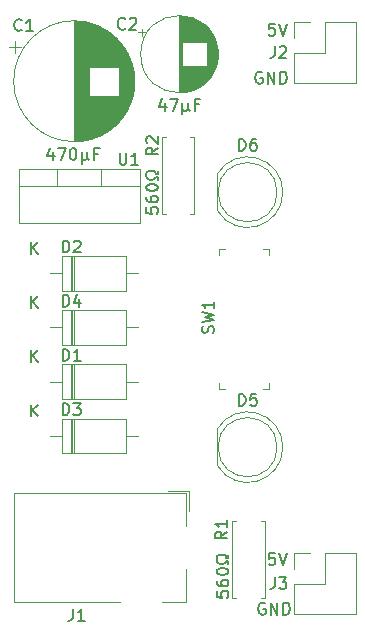
<source format=gto>
%TF.GenerationSoftware,KiCad,Pcbnew,(5.1.9)-1*%
%TF.CreationDate,2021-12-31T02:05:00-06:00*%
%TF.ProjectId,BreadBoardPowerSupply,42726561-6442-46f6-9172-64506f776572,rev?*%
%TF.SameCoordinates,Original*%
%TF.FileFunction,Legend,Top*%
%TF.FilePolarity,Positive*%
%FSLAX46Y46*%
G04 Gerber Fmt 4.6, Leading zero omitted, Abs format (unit mm)*
G04 Created by KiCad (PCBNEW (5.1.9)-1) date 2021-12-31 02:05:00*
%MOMM*%
%LPD*%
G01*
G04 APERTURE LIST*
%ADD10C,0.150000*%
%ADD11C,0.120000*%
%ADD12C,0.100000*%
G04 APERTURE END LIST*
D10*
X141057380Y-121681714D02*
X141057380Y-122157904D01*
X141533571Y-122205523D01*
X141485952Y-122157904D01*
X141438333Y-122062666D01*
X141438333Y-121824571D01*
X141485952Y-121729333D01*
X141533571Y-121681714D01*
X141628809Y-121634095D01*
X141866904Y-121634095D01*
X141962142Y-121681714D01*
X142009761Y-121729333D01*
X142057380Y-121824571D01*
X142057380Y-122062666D01*
X142009761Y-122157904D01*
X141962142Y-122205523D01*
X141057380Y-120776952D02*
X141057380Y-120967428D01*
X141105000Y-121062666D01*
X141152619Y-121110285D01*
X141295476Y-121205523D01*
X141485952Y-121253142D01*
X141866904Y-121253142D01*
X141962142Y-121205523D01*
X142009761Y-121157904D01*
X142057380Y-121062666D01*
X142057380Y-120872190D01*
X142009761Y-120776952D01*
X141962142Y-120729333D01*
X141866904Y-120681714D01*
X141628809Y-120681714D01*
X141533571Y-120729333D01*
X141485952Y-120776952D01*
X141438333Y-120872190D01*
X141438333Y-121062666D01*
X141485952Y-121157904D01*
X141533571Y-121205523D01*
X141628809Y-121253142D01*
X141057380Y-120062666D02*
X141057380Y-119967428D01*
X141105000Y-119872190D01*
X141152619Y-119824571D01*
X141247857Y-119776952D01*
X141438333Y-119729333D01*
X141676428Y-119729333D01*
X141866904Y-119776952D01*
X141962142Y-119824571D01*
X142009761Y-119872190D01*
X142057380Y-119967428D01*
X142057380Y-120062666D01*
X142009761Y-120157904D01*
X141962142Y-120205523D01*
X141866904Y-120253142D01*
X141676428Y-120300761D01*
X141438333Y-120300761D01*
X141247857Y-120253142D01*
X141152619Y-120205523D01*
X141105000Y-120157904D01*
X141057380Y-120062666D01*
X142057380Y-119348380D02*
X142057380Y-119110285D01*
X141866904Y-119110285D01*
X141819285Y-119205523D01*
X141724047Y-119300761D01*
X141581190Y-119348380D01*
X141343095Y-119348380D01*
X141200238Y-119300761D01*
X141105000Y-119205523D01*
X141057380Y-119062666D01*
X141057380Y-118872190D01*
X141105000Y-118729333D01*
X141200238Y-118634095D01*
X141343095Y-118586476D01*
X141581190Y-118586476D01*
X141724047Y-118634095D01*
X141819285Y-118729333D01*
X141866904Y-118824571D01*
X142057380Y-118824571D01*
X142057380Y-118586476D01*
X135088380Y-89169714D02*
X135088380Y-89645904D01*
X135564571Y-89693523D01*
X135516952Y-89645904D01*
X135469333Y-89550666D01*
X135469333Y-89312571D01*
X135516952Y-89217333D01*
X135564571Y-89169714D01*
X135659809Y-89122095D01*
X135897904Y-89122095D01*
X135993142Y-89169714D01*
X136040761Y-89217333D01*
X136088380Y-89312571D01*
X136088380Y-89550666D01*
X136040761Y-89645904D01*
X135993142Y-89693523D01*
X135088380Y-88264952D02*
X135088380Y-88455428D01*
X135136000Y-88550666D01*
X135183619Y-88598285D01*
X135326476Y-88693523D01*
X135516952Y-88741142D01*
X135897904Y-88741142D01*
X135993142Y-88693523D01*
X136040761Y-88645904D01*
X136088380Y-88550666D01*
X136088380Y-88360190D01*
X136040761Y-88264952D01*
X135993142Y-88217333D01*
X135897904Y-88169714D01*
X135659809Y-88169714D01*
X135564571Y-88217333D01*
X135516952Y-88264952D01*
X135469333Y-88360190D01*
X135469333Y-88550666D01*
X135516952Y-88645904D01*
X135564571Y-88693523D01*
X135659809Y-88741142D01*
X135088380Y-87550666D02*
X135088380Y-87455428D01*
X135136000Y-87360190D01*
X135183619Y-87312571D01*
X135278857Y-87264952D01*
X135469333Y-87217333D01*
X135707428Y-87217333D01*
X135897904Y-87264952D01*
X135993142Y-87312571D01*
X136040761Y-87360190D01*
X136088380Y-87455428D01*
X136088380Y-87550666D01*
X136040761Y-87645904D01*
X135993142Y-87693523D01*
X135897904Y-87741142D01*
X135707428Y-87788761D01*
X135469333Y-87788761D01*
X135278857Y-87741142D01*
X135183619Y-87693523D01*
X135136000Y-87645904D01*
X135088380Y-87550666D01*
X136088380Y-86836380D02*
X136088380Y-86598285D01*
X135897904Y-86598285D01*
X135850285Y-86693523D01*
X135755047Y-86788761D01*
X135612190Y-86836380D01*
X135374095Y-86836380D01*
X135231238Y-86788761D01*
X135136000Y-86693523D01*
X135088380Y-86550666D01*
X135088380Y-86360190D01*
X135136000Y-86217333D01*
X135231238Y-86122095D01*
X135374095Y-86074476D01*
X135612190Y-86074476D01*
X135755047Y-86122095D01*
X135850285Y-86217333D01*
X135897904Y-86312571D01*
X136088380Y-86312571D01*
X136088380Y-86074476D01*
X136683904Y-80303714D02*
X136683904Y-80970380D01*
X136445809Y-79922761D02*
X136207714Y-80637047D01*
X136826761Y-80637047D01*
X137112476Y-79970380D02*
X137779142Y-79970380D01*
X137350571Y-80970380D01*
X138160095Y-80303714D02*
X138160095Y-81303714D01*
X138636285Y-80827523D02*
X138683904Y-80922761D01*
X138779142Y-80970380D01*
X138160095Y-80827523D02*
X138207714Y-80922761D01*
X138302952Y-80970380D01*
X138493428Y-80970380D01*
X138588666Y-80922761D01*
X138636285Y-80827523D01*
X138636285Y-80303714D01*
X139541047Y-80446571D02*
X139207714Y-80446571D01*
X139207714Y-80970380D02*
X139207714Y-79970380D01*
X139683904Y-79970380D01*
X127190714Y-84494714D02*
X127190714Y-85161380D01*
X126952619Y-84113761D02*
X126714523Y-84828047D01*
X127333571Y-84828047D01*
X127619285Y-84161380D02*
X128285952Y-84161380D01*
X127857380Y-85161380D01*
X128857380Y-84161380D02*
X128952619Y-84161380D01*
X129047857Y-84209000D01*
X129095476Y-84256619D01*
X129143095Y-84351857D01*
X129190714Y-84542333D01*
X129190714Y-84780428D01*
X129143095Y-84970904D01*
X129095476Y-85066142D01*
X129047857Y-85113761D01*
X128952619Y-85161380D01*
X128857380Y-85161380D01*
X128762142Y-85113761D01*
X128714523Y-85066142D01*
X128666904Y-84970904D01*
X128619285Y-84780428D01*
X128619285Y-84542333D01*
X128666904Y-84351857D01*
X128714523Y-84256619D01*
X128762142Y-84209000D01*
X128857380Y-84161380D01*
X129619285Y-84494714D02*
X129619285Y-85494714D01*
X130095476Y-85018523D02*
X130143095Y-85113761D01*
X130238333Y-85161380D01*
X129619285Y-85018523D02*
X129666904Y-85113761D01*
X129762142Y-85161380D01*
X129952619Y-85161380D01*
X130047857Y-85113761D01*
X130095476Y-85018523D01*
X130095476Y-84494714D01*
X131000238Y-84637571D02*
X130666904Y-84637571D01*
X130666904Y-85161380D02*
X130666904Y-84161380D01*
X131143095Y-84161380D01*
X144907095Y-77732000D02*
X144811857Y-77684380D01*
X144669000Y-77684380D01*
X144526142Y-77732000D01*
X144430904Y-77827238D01*
X144383285Y-77922476D01*
X144335666Y-78112952D01*
X144335666Y-78255809D01*
X144383285Y-78446285D01*
X144430904Y-78541523D01*
X144526142Y-78636761D01*
X144669000Y-78684380D01*
X144764238Y-78684380D01*
X144907095Y-78636761D01*
X144954714Y-78589142D01*
X144954714Y-78255809D01*
X144764238Y-78255809D01*
X145383285Y-78684380D02*
X145383285Y-77684380D01*
X145954714Y-78684380D01*
X145954714Y-77684380D01*
X146430904Y-78684380D02*
X146430904Y-77684380D01*
X146669000Y-77684380D01*
X146811857Y-77732000D01*
X146907095Y-77827238D01*
X146954714Y-77922476D01*
X147002333Y-78112952D01*
X147002333Y-78255809D01*
X146954714Y-78446285D01*
X146907095Y-78541523D01*
X146811857Y-78636761D01*
X146669000Y-78684380D01*
X146430904Y-78684380D01*
X145161095Y-122690000D02*
X145065857Y-122642380D01*
X144923000Y-122642380D01*
X144780142Y-122690000D01*
X144684904Y-122785238D01*
X144637285Y-122880476D01*
X144589666Y-123070952D01*
X144589666Y-123213809D01*
X144637285Y-123404285D01*
X144684904Y-123499523D01*
X144780142Y-123594761D01*
X144923000Y-123642380D01*
X145018238Y-123642380D01*
X145161095Y-123594761D01*
X145208714Y-123547142D01*
X145208714Y-123213809D01*
X145018238Y-123213809D01*
X145637285Y-123642380D02*
X145637285Y-122642380D01*
X146208714Y-123642380D01*
X146208714Y-122642380D01*
X146684904Y-123642380D02*
X146684904Y-122642380D01*
X146923000Y-122642380D01*
X147065857Y-122690000D01*
X147161095Y-122785238D01*
X147208714Y-122880476D01*
X147256333Y-123070952D01*
X147256333Y-123213809D01*
X147208714Y-123404285D01*
X147161095Y-123499523D01*
X147065857Y-123594761D01*
X146923000Y-123642380D01*
X146684904Y-123642380D01*
X145986523Y-73620380D02*
X145510333Y-73620380D01*
X145462714Y-74096571D01*
X145510333Y-74048952D01*
X145605571Y-74001333D01*
X145843666Y-74001333D01*
X145938904Y-74048952D01*
X145986523Y-74096571D01*
X146034142Y-74191809D01*
X146034142Y-74429904D01*
X145986523Y-74525142D01*
X145938904Y-74572761D01*
X145843666Y-74620380D01*
X145605571Y-74620380D01*
X145510333Y-74572761D01*
X145462714Y-74525142D01*
X146319857Y-73620380D02*
X146653190Y-74620380D01*
X146986523Y-73620380D01*
X145986523Y-118451380D02*
X145510333Y-118451380D01*
X145462714Y-118927571D01*
X145510333Y-118879952D01*
X145605571Y-118832333D01*
X145843666Y-118832333D01*
X145938904Y-118879952D01*
X145986523Y-118927571D01*
X146034142Y-119022809D01*
X146034142Y-119260904D01*
X145986523Y-119356142D01*
X145938904Y-119403761D01*
X145843666Y-119451380D01*
X145605571Y-119451380D01*
X145510333Y-119403761D01*
X145462714Y-119356142D01*
X146319857Y-118451380D02*
X146653190Y-119451380D01*
X146986523Y-118451380D01*
D11*
%TO.C,R2*%
X138835000Y-83217000D02*
X139165000Y-83217000D01*
X139165000Y-83217000D02*
X139165000Y-89757000D01*
X139165000Y-89757000D02*
X138835000Y-89757000D01*
X136755000Y-83217000D02*
X136425000Y-83217000D01*
X136425000Y-83217000D02*
X136425000Y-89757000D01*
X136425000Y-89757000D02*
X136755000Y-89757000D01*
%TO.C,C1*%
X124012354Y-75111000D02*
X124012354Y-76111000D01*
X123512354Y-75611000D02*
X124512354Y-75611000D01*
X134073000Y-77887000D02*
X134073000Y-79085000D01*
X134033000Y-77624000D02*
X134033000Y-79348000D01*
X133993000Y-77424000D02*
X133993000Y-79548000D01*
X133953000Y-77256000D02*
X133953000Y-79716000D01*
X133913000Y-77108000D02*
X133913000Y-79864000D01*
X133873000Y-76976000D02*
X133873000Y-79996000D01*
X133833000Y-76856000D02*
X133833000Y-80116000D01*
X133793000Y-76744000D02*
X133793000Y-80228000D01*
X133753000Y-76640000D02*
X133753000Y-80332000D01*
X133713000Y-76542000D02*
X133713000Y-80430000D01*
X133673000Y-76449000D02*
X133673000Y-80523000D01*
X133633000Y-76361000D02*
X133633000Y-80611000D01*
X133593000Y-76277000D02*
X133593000Y-80695000D01*
X133553000Y-76197000D02*
X133553000Y-80775000D01*
X133513000Y-76121000D02*
X133513000Y-80851000D01*
X133473000Y-76047000D02*
X133473000Y-80925000D01*
X133433000Y-75976000D02*
X133433000Y-80996000D01*
X133393000Y-75907000D02*
X133393000Y-81065000D01*
X133353000Y-75841000D02*
X133353000Y-81131000D01*
X133313000Y-75777000D02*
X133313000Y-81195000D01*
X133273000Y-75716000D02*
X133273000Y-81256000D01*
X133233000Y-75656000D02*
X133233000Y-81316000D01*
X133193000Y-75597000D02*
X133193000Y-81375000D01*
X133153000Y-75541000D02*
X133153000Y-81431000D01*
X133113000Y-75486000D02*
X133113000Y-81486000D01*
X133073000Y-75432000D02*
X133073000Y-81540000D01*
X133033000Y-75380000D02*
X133033000Y-81592000D01*
X132993000Y-75330000D02*
X132993000Y-81642000D01*
X132953000Y-75280000D02*
X132953000Y-81692000D01*
X132913000Y-75232000D02*
X132913000Y-81740000D01*
X132873000Y-75185000D02*
X132873000Y-81787000D01*
X132833000Y-75139000D02*
X132833000Y-81833000D01*
X132793000Y-75094000D02*
X132793000Y-81878000D01*
X132753000Y-75050000D02*
X132753000Y-81922000D01*
X132713000Y-79727000D02*
X132713000Y-81964000D01*
X132713000Y-75008000D02*
X132713000Y-77245000D01*
X132673000Y-79727000D02*
X132673000Y-82006000D01*
X132673000Y-74966000D02*
X132673000Y-77245000D01*
X132633000Y-79727000D02*
X132633000Y-82047000D01*
X132633000Y-74925000D02*
X132633000Y-77245000D01*
X132593000Y-79727000D02*
X132593000Y-82087000D01*
X132593000Y-74885000D02*
X132593000Y-77245000D01*
X132553000Y-79727000D02*
X132553000Y-82126000D01*
X132553000Y-74846000D02*
X132553000Y-77245000D01*
X132513000Y-79727000D02*
X132513000Y-82165000D01*
X132513000Y-74807000D02*
X132513000Y-77245000D01*
X132473000Y-79727000D02*
X132473000Y-82202000D01*
X132473000Y-74770000D02*
X132473000Y-77245000D01*
X132433000Y-79727000D02*
X132433000Y-82239000D01*
X132433000Y-74733000D02*
X132433000Y-77245000D01*
X132393000Y-79727000D02*
X132393000Y-82275000D01*
X132393000Y-74697000D02*
X132393000Y-77245000D01*
X132353000Y-79727000D02*
X132353000Y-82310000D01*
X132353000Y-74662000D02*
X132353000Y-77245000D01*
X132313000Y-79727000D02*
X132313000Y-82344000D01*
X132313000Y-74628000D02*
X132313000Y-77245000D01*
X132273000Y-79727000D02*
X132273000Y-82378000D01*
X132273000Y-74594000D02*
X132273000Y-77245000D01*
X132233000Y-79727000D02*
X132233000Y-82411000D01*
X132233000Y-74561000D02*
X132233000Y-77245000D01*
X132193000Y-79727000D02*
X132193000Y-82443000D01*
X132193000Y-74529000D02*
X132193000Y-77245000D01*
X132153000Y-79727000D02*
X132153000Y-82475000D01*
X132153000Y-74497000D02*
X132153000Y-77245000D01*
X132113000Y-79727000D02*
X132113000Y-82506000D01*
X132113000Y-74466000D02*
X132113000Y-77245000D01*
X132073000Y-79727000D02*
X132073000Y-82536000D01*
X132073000Y-74436000D02*
X132073000Y-77245000D01*
X132033000Y-79727000D02*
X132033000Y-82566000D01*
X132033000Y-74406000D02*
X132033000Y-77245000D01*
X131993000Y-79727000D02*
X131993000Y-82596000D01*
X131993000Y-74376000D02*
X131993000Y-77245000D01*
X131953000Y-79727000D02*
X131953000Y-82624000D01*
X131953000Y-74348000D02*
X131953000Y-77245000D01*
X131913000Y-79727000D02*
X131913000Y-82652000D01*
X131913000Y-74320000D02*
X131913000Y-77245000D01*
X131873000Y-79727000D02*
X131873000Y-82680000D01*
X131873000Y-74292000D02*
X131873000Y-77245000D01*
X131833000Y-79727000D02*
X131833000Y-82707000D01*
X131833000Y-74265000D02*
X131833000Y-77245000D01*
X131793000Y-79727000D02*
X131793000Y-82733000D01*
X131793000Y-74239000D02*
X131793000Y-77245000D01*
X131753000Y-79727000D02*
X131753000Y-82759000D01*
X131753000Y-74213000D02*
X131753000Y-77245000D01*
X131713000Y-79727000D02*
X131713000Y-82784000D01*
X131713000Y-74188000D02*
X131713000Y-77245000D01*
X131673000Y-79727000D02*
X131673000Y-82809000D01*
X131673000Y-74163000D02*
X131673000Y-77245000D01*
X131633000Y-79727000D02*
X131633000Y-82833000D01*
X131633000Y-74139000D02*
X131633000Y-77245000D01*
X131593000Y-79727000D02*
X131593000Y-82857000D01*
X131593000Y-74115000D02*
X131593000Y-77245000D01*
X131553000Y-79727000D02*
X131553000Y-82881000D01*
X131553000Y-74091000D02*
X131553000Y-77245000D01*
X131513000Y-79727000D02*
X131513000Y-82903000D01*
X131513000Y-74069000D02*
X131513000Y-77245000D01*
X131473000Y-79727000D02*
X131473000Y-82926000D01*
X131473000Y-74046000D02*
X131473000Y-77245000D01*
X131433000Y-79727000D02*
X131433000Y-82948000D01*
X131433000Y-74024000D02*
X131433000Y-77245000D01*
X131393000Y-79727000D02*
X131393000Y-82969000D01*
X131393000Y-74003000D02*
X131393000Y-77245000D01*
X131353000Y-79727000D02*
X131353000Y-82990000D01*
X131353000Y-73982000D02*
X131353000Y-77245000D01*
X131313000Y-79727000D02*
X131313000Y-83011000D01*
X131313000Y-73961000D02*
X131313000Y-77245000D01*
X131273000Y-79727000D02*
X131273000Y-83031000D01*
X131273000Y-73941000D02*
X131273000Y-77245000D01*
X131233000Y-79727000D02*
X131233000Y-83050000D01*
X131233000Y-73922000D02*
X131233000Y-77245000D01*
X131193000Y-79727000D02*
X131193000Y-83070000D01*
X131193000Y-73902000D02*
X131193000Y-77245000D01*
X131153000Y-79727000D02*
X131153000Y-83089000D01*
X131153000Y-73883000D02*
X131153000Y-77245000D01*
X131113000Y-79727000D02*
X131113000Y-83107000D01*
X131113000Y-73865000D02*
X131113000Y-77245000D01*
X131073000Y-79727000D02*
X131073000Y-83125000D01*
X131073000Y-73847000D02*
X131073000Y-77245000D01*
X131033000Y-79727000D02*
X131033000Y-83143000D01*
X131033000Y-73829000D02*
X131033000Y-77245000D01*
X130993000Y-79727000D02*
X130993000Y-83160000D01*
X130993000Y-73812000D02*
X130993000Y-77245000D01*
X130953000Y-79727000D02*
X130953000Y-83176000D01*
X130953000Y-73796000D02*
X130953000Y-77245000D01*
X130913000Y-79727000D02*
X130913000Y-83193000D01*
X130913000Y-73779000D02*
X130913000Y-77245000D01*
X130873000Y-79727000D02*
X130873000Y-83209000D01*
X130873000Y-73763000D02*
X130873000Y-77245000D01*
X130833000Y-79727000D02*
X130833000Y-83224000D01*
X130833000Y-73748000D02*
X130833000Y-77245000D01*
X130793000Y-79727000D02*
X130793000Y-83240000D01*
X130793000Y-73732000D02*
X130793000Y-77245000D01*
X130753000Y-79727000D02*
X130753000Y-83254000D01*
X130753000Y-73718000D02*
X130753000Y-77245000D01*
X130713000Y-79727000D02*
X130713000Y-83269000D01*
X130713000Y-73703000D02*
X130713000Y-77245000D01*
X130673000Y-79727000D02*
X130673000Y-83283000D01*
X130673000Y-73689000D02*
X130673000Y-77245000D01*
X130633000Y-79727000D02*
X130633000Y-83297000D01*
X130633000Y-73675000D02*
X130633000Y-77245000D01*
X130593000Y-79727000D02*
X130593000Y-83310000D01*
X130593000Y-73662000D02*
X130593000Y-77245000D01*
X130553000Y-79727000D02*
X130553000Y-83323000D01*
X130553000Y-73649000D02*
X130553000Y-77245000D01*
X130513000Y-79727000D02*
X130513000Y-83336000D01*
X130513000Y-73636000D02*
X130513000Y-77245000D01*
X130473000Y-79727000D02*
X130473000Y-83348000D01*
X130473000Y-73624000D02*
X130473000Y-77245000D01*
X130433000Y-79727000D02*
X130433000Y-83360000D01*
X130433000Y-73612000D02*
X130433000Y-77245000D01*
X130393000Y-79727000D02*
X130393000Y-83371000D01*
X130393000Y-73601000D02*
X130393000Y-77245000D01*
X130353000Y-79727000D02*
X130353000Y-83383000D01*
X130353000Y-73589000D02*
X130353000Y-77245000D01*
X130313000Y-79727000D02*
X130313000Y-83393000D01*
X130313000Y-73579000D02*
X130313000Y-77245000D01*
X130273000Y-79727000D02*
X130273000Y-83404000D01*
X130273000Y-73568000D02*
X130273000Y-77245000D01*
X130233000Y-73558000D02*
X130233000Y-83414000D01*
X130193000Y-73548000D02*
X130193000Y-83424000D01*
X130153000Y-73539000D02*
X130153000Y-83433000D01*
X130113000Y-73530000D02*
X130113000Y-83442000D01*
X130073000Y-73521000D02*
X130073000Y-83451000D01*
X130033000Y-73512000D02*
X130033000Y-83460000D01*
X129993000Y-73504000D02*
X129993000Y-83468000D01*
X129953000Y-73496000D02*
X129953000Y-83476000D01*
X129913000Y-73489000D02*
X129913000Y-83483000D01*
X129873000Y-73482000D02*
X129873000Y-83490000D01*
X129833000Y-73475000D02*
X129833000Y-83497000D01*
X129793000Y-73468000D02*
X129793000Y-83504000D01*
X129753000Y-73462000D02*
X129753000Y-83510000D01*
X129713000Y-73456000D02*
X129713000Y-83516000D01*
X129672000Y-73451000D02*
X129672000Y-83521000D01*
X129632000Y-73446000D02*
X129632000Y-83526000D01*
X129592000Y-73441000D02*
X129592000Y-83531000D01*
X129552000Y-73436000D02*
X129552000Y-83536000D01*
X129512000Y-73432000D02*
X129512000Y-83540000D01*
X129472000Y-73428000D02*
X129472000Y-83544000D01*
X129432000Y-73424000D02*
X129432000Y-83548000D01*
X129392000Y-73421000D02*
X129392000Y-83551000D01*
X129352000Y-73418000D02*
X129352000Y-83554000D01*
X129312000Y-73416000D02*
X129312000Y-83556000D01*
X129272000Y-73413000D02*
X129272000Y-83559000D01*
X129232000Y-73411000D02*
X129232000Y-83561000D01*
X129192000Y-73409000D02*
X129192000Y-83563000D01*
X129152000Y-73408000D02*
X129152000Y-83564000D01*
X129112000Y-73407000D02*
X129112000Y-83565000D01*
X129072000Y-73406000D02*
X129072000Y-83566000D01*
X129032000Y-73406000D02*
X129032000Y-83566000D01*
X128992000Y-73406000D02*
X128992000Y-83566000D01*
X134112000Y-78486000D02*
G75*
G03*
X134112000Y-78486000I-5120000J0D01*
G01*
%TO.C,C2*%
X134716759Y-74046000D02*
X134716759Y-74676000D01*
X134401759Y-74361000D02*
X135031759Y-74361000D01*
X141143000Y-75798000D02*
X141143000Y-76602000D01*
X141103000Y-75567000D02*
X141103000Y-76833000D01*
X141063000Y-75398000D02*
X141063000Y-77002000D01*
X141023000Y-75260000D02*
X141023000Y-77140000D01*
X140983000Y-75141000D02*
X140983000Y-77259000D01*
X140943000Y-75035000D02*
X140943000Y-77365000D01*
X140903000Y-74938000D02*
X140903000Y-77462000D01*
X140863000Y-74850000D02*
X140863000Y-77550000D01*
X140823000Y-74768000D02*
X140823000Y-77632000D01*
X140783000Y-74691000D02*
X140783000Y-77709000D01*
X140743000Y-74619000D02*
X140743000Y-77781000D01*
X140703000Y-74550000D02*
X140703000Y-77850000D01*
X140663000Y-74486000D02*
X140663000Y-77914000D01*
X140623000Y-74424000D02*
X140623000Y-77976000D01*
X140583000Y-74366000D02*
X140583000Y-78034000D01*
X140543000Y-74310000D02*
X140543000Y-78090000D01*
X140503000Y-74256000D02*
X140503000Y-78144000D01*
X140463000Y-74205000D02*
X140463000Y-78195000D01*
X140423000Y-74156000D02*
X140423000Y-78244000D01*
X140383000Y-74108000D02*
X140383000Y-78292000D01*
X140343000Y-74063000D02*
X140343000Y-78337000D01*
X140303000Y-74018000D02*
X140303000Y-78382000D01*
X140263000Y-73976000D02*
X140263000Y-78424000D01*
X140223000Y-73935000D02*
X140223000Y-78465000D01*
X140183000Y-77240000D02*
X140183000Y-78505000D01*
X140183000Y-73895000D02*
X140183000Y-75160000D01*
X140143000Y-77240000D02*
X140143000Y-78543000D01*
X140143000Y-73857000D02*
X140143000Y-75160000D01*
X140103000Y-77240000D02*
X140103000Y-78580000D01*
X140103000Y-73820000D02*
X140103000Y-75160000D01*
X140063000Y-77240000D02*
X140063000Y-78616000D01*
X140063000Y-73784000D02*
X140063000Y-75160000D01*
X140023000Y-77240000D02*
X140023000Y-78650000D01*
X140023000Y-73750000D02*
X140023000Y-75160000D01*
X139983000Y-77240000D02*
X139983000Y-78684000D01*
X139983000Y-73716000D02*
X139983000Y-75160000D01*
X139943000Y-77240000D02*
X139943000Y-78716000D01*
X139943000Y-73684000D02*
X139943000Y-75160000D01*
X139903000Y-77240000D02*
X139903000Y-78748000D01*
X139903000Y-73652000D02*
X139903000Y-75160000D01*
X139863000Y-77240000D02*
X139863000Y-78778000D01*
X139863000Y-73622000D02*
X139863000Y-75160000D01*
X139823000Y-77240000D02*
X139823000Y-78807000D01*
X139823000Y-73593000D02*
X139823000Y-75160000D01*
X139783000Y-77240000D02*
X139783000Y-78836000D01*
X139783000Y-73564000D02*
X139783000Y-75160000D01*
X139743000Y-77240000D02*
X139743000Y-78864000D01*
X139743000Y-73536000D02*
X139743000Y-75160000D01*
X139703000Y-77240000D02*
X139703000Y-78890000D01*
X139703000Y-73510000D02*
X139703000Y-75160000D01*
X139663000Y-77240000D02*
X139663000Y-78916000D01*
X139663000Y-73484000D02*
X139663000Y-75160000D01*
X139623000Y-77240000D02*
X139623000Y-78942000D01*
X139623000Y-73458000D02*
X139623000Y-75160000D01*
X139583000Y-77240000D02*
X139583000Y-78966000D01*
X139583000Y-73434000D02*
X139583000Y-75160000D01*
X139543000Y-77240000D02*
X139543000Y-78990000D01*
X139543000Y-73410000D02*
X139543000Y-75160000D01*
X139503000Y-77240000D02*
X139503000Y-79012000D01*
X139503000Y-73388000D02*
X139503000Y-75160000D01*
X139463000Y-77240000D02*
X139463000Y-79034000D01*
X139463000Y-73366000D02*
X139463000Y-75160000D01*
X139423000Y-77240000D02*
X139423000Y-79056000D01*
X139423000Y-73344000D02*
X139423000Y-75160000D01*
X139383000Y-77240000D02*
X139383000Y-79076000D01*
X139383000Y-73324000D02*
X139383000Y-75160000D01*
X139343000Y-77240000D02*
X139343000Y-79096000D01*
X139343000Y-73304000D02*
X139343000Y-75160000D01*
X139303000Y-77240000D02*
X139303000Y-79116000D01*
X139303000Y-73284000D02*
X139303000Y-75160000D01*
X139263000Y-77240000D02*
X139263000Y-79134000D01*
X139263000Y-73266000D02*
X139263000Y-75160000D01*
X139223000Y-77240000D02*
X139223000Y-79152000D01*
X139223000Y-73248000D02*
X139223000Y-75160000D01*
X139183000Y-77240000D02*
X139183000Y-79170000D01*
X139183000Y-73230000D02*
X139183000Y-75160000D01*
X139143000Y-77240000D02*
X139143000Y-79186000D01*
X139143000Y-73214000D02*
X139143000Y-75160000D01*
X139103000Y-77240000D02*
X139103000Y-79202000D01*
X139103000Y-73198000D02*
X139103000Y-75160000D01*
X139063000Y-77240000D02*
X139063000Y-79218000D01*
X139063000Y-73182000D02*
X139063000Y-75160000D01*
X139023000Y-77240000D02*
X139023000Y-79233000D01*
X139023000Y-73167000D02*
X139023000Y-75160000D01*
X138983000Y-77240000D02*
X138983000Y-79247000D01*
X138983000Y-73153000D02*
X138983000Y-75160000D01*
X138943000Y-77240000D02*
X138943000Y-79261000D01*
X138943000Y-73139000D02*
X138943000Y-75160000D01*
X138903000Y-77240000D02*
X138903000Y-79274000D01*
X138903000Y-73126000D02*
X138903000Y-75160000D01*
X138863000Y-77240000D02*
X138863000Y-79286000D01*
X138863000Y-73114000D02*
X138863000Y-75160000D01*
X138823000Y-77240000D02*
X138823000Y-79298000D01*
X138823000Y-73102000D02*
X138823000Y-75160000D01*
X138783000Y-77240000D02*
X138783000Y-79310000D01*
X138783000Y-73090000D02*
X138783000Y-75160000D01*
X138743000Y-77240000D02*
X138743000Y-79321000D01*
X138743000Y-73079000D02*
X138743000Y-75160000D01*
X138703000Y-77240000D02*
X138703000Y-79331000D01*
X138703000Y-73069000D02*
X138703000Y-75160000D01*
X138663000Y-77240000D02*
X138663000Y-79341000D01*
X138663000Y-73059000D02*
X138663000Y-75160000D01*
X138623000Y-77240000D02*
X138623000Y-79350000D01*
X138623000Y-73050000D02*
X138623000Y-75160000D01*
X138582000Y-77240000D02*
X138582000Y-79359000D01*
X138582000Y-73041000D02*
X138582000Y-75160000D01*
X138542000Y-77240000D02*
X138542000Y-79367000D01*
X138542000Y-73033000D02*
X138542000Y-75160000D01*
X138502000Y-77240000D02*
X138502000Y-79375000D01*
X138502000Y-73025000D02*
X138502000Y-75160000D01*
X138462000Y-77240000D02*
X138462000Y-79382000D01*
X138462000Y-73018000D02*
X138462000Y-75160000D01*
X138422000Y-77240000D02*
X138422000Y-79389000D01*
X138422000Y-73011000D02*
X138422000Y-75160000D01*
X138382000Y-77240000D02*
X138382000Y-79395000D01*
X138382000Y-73005000D02*
X138382000Y-75160000D01*
X138342000Y-77240000D02*
X138342000Y-79401000D01*
X138342000Y-72999000D02*
X138342000Y-75160000D01*
X138302000Y-77240000D02*
X138302000Y-79406000D01*
X138302000Y-72994000D02*
X138302000Y-75160000D01*
X138262000Y-77240000D02*
X138262000Y-79411000D01*
X138262000Y-72989000D02*
X138262000Y-75160000D01*
X138222000Y-77240000D02*
X138222000Y-79415000D01*
X138222000Y-72985000D02*
X138222000Y-75160000D01*
X138182000Y-77240000D02*
X138182000Y-79418000D01*
X138182000Y-72982000D02*
X138182000Y-75160000D01*
X138142000Y-77240000D02*
X138142000Y-79422000D01*
X138142000Y-72978000D02*
X138142000Y-75160000D01*
X138102000Y-72976000D02*
X138102000Y-79424000D01*
X138062000Y-72973000D02*
X138062000Y-79427000D01*
X138022000Y-72972000D02*
X138022000Y-79428000D01*
X137982000Y-72970000D02*
X137982000Y-79430000D01*
X137942000Y-72970000D02*
X137942000Y-79430000D01*
X137902000Y-72970000D02*
X137902000Y-79430000D01*
X141172000Y-76200000D02*
G75*
G03*
X141172000Y-76200000I-3270000J0D01*
G01*
%TO.C,D1*%
X128721001Y-102459334D02*
X128721001Y-105399334D01*
X128961001Y-102459334D02*
X128961001Y-105399334D01*
X128841001Y-102459334D02*
X128841001Y-105399334D01*
X134401001Y-103929334D02*
X133381001Y-103929334D01*
X126921001Y-103929334D02*
X127941001Y-103929334D01*
X133381001Y-102459334D02*
X127941001Y-102459334D01*
X133381001Y-105399334D02*
X133381001Y-102459334D01*
X127941001Y-105399334D02*
X133381001Y-105399334D01*
X127941001Y-102459334D02*
X127941001Y-105399334D01*
%TO.C,D2*%
X128721001Y-93272000D02*
X128721001Y-96212000D01*
X128961001Y-93272000D02*
X128961001Y-96212000D01*
X128841001Y-93272000D02*
X128841001Y-96212000D01*
X134401001Y-94742000D02*
X133381001Y-94742000D01*
X126921001Y-94742000D02*
X127941001Y-94742000D01*
X133381001Y-93272000D02*
X127941001Y-93272000D01*
X133381001Y-96212000D02*
X133381001Y-93272000D01*
X127941001Y-96212000D02*
X133381001Y-96212000D01*
X127941001Y-93272000D02*
X127941001Y-96212000D01*
%TO.C,D3*%
X127941001Y-107053001D02*
X127941001Y-109993001D01*
X127941001Y-109993001D02*
X133381001Y-109993001D01*
X133381001Y-109993001D02*
X133381001Y-107053001D01*
X133381001Y-107053001D02*
X127941001Y-107053001D01*
X126921001Y-108523001D02*
X127941001Y-108523001D01*
X134401001Y-108523001D02*
X133381001Y-108523001D01*
X128841001Y-107053001D02*
X128841001Y-109993001D01*
X128961001Y-107053001D02*
X128961001Y-109993001D01*
X128721001Y-107053001D02*
X128721001Y-109993001D01*
%TO.C,D4*%
X128721001Y-97865667D02*
X128721001Y-100805667D01*
X128961001Y-97865667D02*
X128961001Y-100805667D01*
X128841001Y-97865667D02*
X128841001Y-100805667D01*
X134401001Y-99335667D02*
X133381001Y-99335667D01*
X126921001Y-99335667D02*
X127941001Y-99335667D01*
X133381001Y-97865667D02*
X127941001Y-97865667D01*
X133381001Y-100805667D02*
X133381001Y-97865667D01*
X127941001Y-100805667D02*
X133381001Y-100805667D01*
X127941001Y-97865667D02*
X127941001Y-100805667D01*
%TO.C,D5*%
X146663000Y-109473538D02*
G75*
G02*
X141113000Y-111018830I-2990000J-462D01*
G01*
X146663000Y-109474462D02*
G75*
G03*
X141113000Y-107929170I-2990000J462D01*
G01*
X141113000Y-107929000D02*
X141113000Y-111019000D01*
X146173000Y-109474000D02*
G75*
G03*
X146173000Y-109474000I-2500000J0D01*
G01*
%TO.C,D6*%
X146663000Y-87884462D02*
G75*
G03*
X141113000Y-86339170I-2990000J462D01*
G01*
X146663000Y-87883538D02*
G75*
G02*
X141113000Y-89428830I-2990000J-462D01*
G01*
X146173000Y-87884000D02*
G75*
G03*
X146173000Y-87884000I-2500000J0D01*
G01*
X141113000Y-86339000D02*
X141113000Y-89429000D01*
%TO.C,J1*%
X138708000Y-113143000D02*
X138708000Y-114883000D01*
X136968000Y-113143000D02*
X138708000Y-113143000D01*
X138468000Y-122583000D02*
X136468000Y-122583000D01*
X138468000Y-119783000D02*
X138468000Y-122583000D01*
X138468000Y-113383000D02*
X138468000Y-116183000D01*
X123868000Y-113383000D02*
X138468000Y-113383000D01*
X123868000Y-122583000D02*
X123868000Y-113383000D01*
X132868000Y-122583000D02*
X123868000Y-122583000D01*
%TO.C,J2*%
X147641000Y-78673000D02*
X152841000Y-78673000D01*
X147641000Y-76073000D02*
X147641000Y-78673000D01*
X152841000Y-73473000D02*
X152841000Y-78673000D01*
X147641000Y-76073000D02*
X150241000Y-76073000D01*
X150241000Y-76073000D02*
X150241000Y-73473000D01*
X150241000Y-73473000D02*
X152841000Y-73473000D01*
X147641000Y-74803000D02*
X147641000Y-73473000D01*
X147641000Y-73473000D02*
X148971000Y-73473000D01*
%TO.C,J3*%
X147641000Y-123631000D02*
X152841000Y-123631000D01*
X147641000Y-121031000D02*
X147641000Y-123631000D01*
X152841000Y-118431000D02*
X152841000Y-123631000D01*
X147641000Y-121031000D02*
X150241000Y-121031000D01*
X150241000Y-121031000D02*
X150241000Y-118431000D01*
X150241000Y-118431000D02*
X152841000Y-118431000D01*
X147641000Y-119761000D02*
X147641000Y-118431000D01*
X147641000Y-118431000D02*
X148971000Y-118431000D01*
%TO.C,R1*%
X145134000Y-115729000D02*
X144804000Y-115729000D01*
X145134000Y-122269000D02*
X145134000Y-115729000D01*
X144804000Y-122269000D02*
X145134000Y-122269000D01*
X142394000Y-115729000D02*
X142724000Y-115729000D01*
X142394000Y-122269000D02*
X142394000Y-115729000D01*
X142724000Y-122269000D02*
X142394000Y-122269000D01*
D12*
%TO.C,SW1*%
X141283000Y-92665000D02*
X141283000Y-93165000D01*
X141283000Y-92665000D02*
X141783000Y-92665000D01*
X141283000Y-104565000D02*
X141783000Y-104565000D01*
X141283000Y-104565000D02*
X141283000Y-104065000D01*
X145483000Y-104565000D02*
X144983000Y-104565000D01*
X145483000Y-104565000D02*
X145483000Y-104065000D01*
X145483000Y-92665000D02*
X144983000Y-92665000D01*
X145483000Y-92665000D02*
X145483000Y-93165000D01*
D11*
%TO.C,U1*%
X131264000Y-85884000D02*
X131264000Y-87394000D01*
X127563000Y-85884000D02*
X127563000Y-87394000D01*
X124293000Y-87394000D02*
X134533000Y-87394000D01*
X134533000Y-85884000D02*
X134533000Y-90525000D01*
X124293000Y-85884000D02*
X124293000Y-90525000D01*
X124293000Y-90525000D02*
X134533000Y-90525000D01*
X124293000Y-85884000D02*
X134533000Y-85884000D01*
%TO.C,R2*%
D10*
X136088380Y-84113666D02*
X135612190Y-84447000D01*
X136088380Y-84685095D02*
X135088380Y-84685095D01*
X135088380Y-84304142D01*
X135136000Y-84208904D01*
X135183619Y-84161285D01*
X135278857Y-84113666D01*
X135421714Y-84113666D01*
X135516952Y-84161285D01*
X135564571Y-84208904D01*
X135612190Y-84304142D01*
X135612190Y-84685095D01*
X135183619Y-83732714D02*
X135136000Y-83685095D01*
X135088380Y-83589857D01*
X135088380Y-83351761D01*
X135136000Y-83256523D01*
X135183619Y-83208904D01*
X135278857Y-83161285D01*
X135374095Y-83161285D01*
X135516952Y-83208904D01*
X136088380Y-83780333D01*
X136088380Y-83161285D01*
%TO.C,C1*%
X124547333Y-74144142D02*
X124499714Y-74191761D01*
X124356857Y-74239380D01*
X124261619Y-74239380D01*
X124118761Y-74191761D01*
X124023523Y-74096523D01*
X123975904Y-74001285D01*
X123928285Y-73810809D01*
X123928285Y-73667952D01*
X123975904Y-73477476D01*
X124023523Y-73382238D01*
X124118761Y-73287000D01*
X124261619Y-73239380D01*
X124356857Y-73239380D01*
X124499714Y-73287000D01*
X124547333Y-73334619D01*
X125499714Y-74239380D02*
X124928285Y-74239380D01*
X125214000Y-74239380D02*
X125214000Y-73239380D01*
X125118761Y-73382238D01*
X125023523Y-73477476D01*
X124928285Y-73525095D01*
%TO.C,C2*%
X133310333Y-74017142D02*
X133262714Y-74064761D01*
X133119857Y-74112380D01*
X133024619Y-74112380D01*
X132881761Y-74064761D01*
X132786523Y-73969523D01*
X132738904Y-73874285D01*
X132691285Y-73683809D01*
X132691285Y-73540952D01*
X132738904Y-73350476D01*
X132786523Y-73255238D01*
X132881761Y-73160000D01*
X133024619Y-73112380D01*
X133119857Y-73112380D01*
X133262714Y-73160000D01*
X133310333Y-73207619D01*
X133691285Y-73207619D02*
X133738904Y-73160000D01*
X133834142Y-73112380D01*
X134072238Y-73112380D01*
X134167476Y-73160000D01*
X134215095Y-73207619D01*
X134262714Y-73302857D01*
X134262714Y-73398095D01*
X134215095Y-73540952D01*
X133643666Y-74112380D01*
X134262714Y-74112380D01*
%TO.C,D1*%
X128017905Y-102165714D02*
X128017905Y-101165714D01*
X128256001Y-101165714D01*
X128398858Y-101213334D01*
X128494096Y-101308572D01*
X128541715Y-101403810D01*
X128589334Y-101594286D01*
X128589334Y-101737143D01*
X128541715Y-101927619D01*
X128494096Y-102022857D01*
X128398858Y-102118095D01*
X128256001Y-102165714D01*
X128017905Y-102165714D01*
X129541715Y-102165714D02*
X128970286Y-102165714D01*
X129256001Y-102165714D02*
X129256001Y-101165714D01*
X129160762Y-101308572D01*
X129065524Y-101403810D01*
X128970286Y-101451429D01*
X125319096Y-102281714D02*
X125319096Y-101281714D01*
X125890524Y-102281714D02*
X125461953Y-101710286D01*
X125890524Y-101281714D02*
X125319096Y-101853143D01*
%TO.C,D2*%
X128017905Y-92978380D02*
X128017905Y-91978380D01*
X128256001Y-91978380D01*
X128398858Y-92026000D01*
X128494096Y-92121238D01*
X128541715Y-92216476D01*
X128589334Y-92406952D01*
X128589334Y-92549809D01*
X128541715Y-92740285D01*
X128494096Y-92835523D01*
X128398858Y-92930761D01*
X128256001Y-92978380D01*
X128017905Y-92978380D01*
X128970286Y-92073619D02*
X129017905Y-92026000D01*
X129113143Y-91978380D01*
X129351239Y-91978380D01*
X129446477Y-92026000D01*
X129494096Y-92073619D01*
X129541715Y-92168857D01*
X129541715Y-92264095D01*
X129494096Y-92406952D01*
X128922667Y-92978380D01*
X129541715Y-92978380D01*
X125319096Y-93094380D02*
X125319096Y-92094380D01*
X125890524Y-93094380D02*
X125461953Y-92522952D01*
X125890524Y-92094380D02*
X125319096Y-92665809D01*
%TO.C,D3*%
X128017905Y-106759381D02*
X128017905Y-105759381D01*
X128256001Y-105759381D01*
X128398858Y-105807001D01*
X128494096Y-105902239D01*
X128541715Y-105997477D01*
X128589334Y-106187953D01*
X128589334Y-106330810D01*
X128541715Y-106521286D01*
X128494096Y-106616524D01*
X128398858Y-106711762D01*
X128256001Y-106759381D01*
X128017905Y-106759381D01*
X128922667Y-105759381D02*
X129541715Y-105759381D01*
X129208381Y-106140334D01*
X129351239Y-106140334D01*
X129446477Y-106187953D01*
X129494096Y-106235572D01*
X129541715Y-106330810D01*
X129541715Y-106568905D01*
X129494096Y-106664143D01*
X129446477Y-106711762D01*
X129351239Y-106759381D01*
X129065524Y-106759381D01*
X128970286Y-106711762D01*
X128922667Y-106664143D01*
X125319096Y-106875381D02*
X125319096Y-105875381D01*
X125890524Y-106875381D02*
X125461953Y-106303953D01*
X125890524Y-105875381D02*
X125319096Y-106446810D01*
%TO.C,D4*%
X128017905Y-97572047D02*
X128017905Y-96572047D01*
X128256001Y-96572047D01*
X128398858Y-96619667D01*
X128494096Y-96714905D01*
X128541715Y-96810143D01*
X128589334Y-97000619D01*
X128589334Y-97143476D01*
X128541715Y-97333952D01*
X128494096Y-97429190D01*
X128398858Y-97524428D01*
X128256001Y-97572047D01*
X128017905Y-97572047D01*
X129446477Y-96905381D02*
X129446477Y-97572047D01*
X129208381Y-96524428D02*
X128970286Y-97238714D01*
X129589334Y-97238714D01*
X125319096Y-97688047D02*
X125319096Y-96688047D01*
X125890524Y-97688047D02*
X125461953Y-97116619D01*
X125890524Y-96688047D02*
X125319096Y-97259476D01*
%TO.C,D5*%
X142934904Y-105966380D02*
X142934904Y-104966380D01*
X143173000Y-104966380D01*
X143315857Y-105014000D01*
X143411095Y-105109238D01*
X143458714Y-105204476D01*
X143506333Y-105394952D01*
X143506333Y-105537809D01*
X143458714Y-105728285D01*
X143411095Y-105823523D01*
X143315857Y-105918761D01*
X143173000Y-105966380D01*
X142934904Y-105966380D01*
X144411095Y-104966380D02*
X143934904Y-104966380D01*
X143887285Y-105442571D01*
X143934904Y-105394952D01*
X144030142Y-105347333D01*
X144268238Y-105347333D01*
X144363476Y-105394952D01*
X144411095Y-105442571D01*
X144458714Y-105537809D01*
X144458714Y-105775904D01*
X144411095Y-105871142D01*
X144363476Y-105918761D01*
X144268238Y-105966380D01*
X144030142Y-105966380D01*
X143934904Y-105918761D01*
X143887285Y-105871142D01*
%TO.C,D6*%
X142934904Y-84376380D02*
X142934904Y-83376380D01*
X143173000Y-83376380D01*
X143315857Y-83424000D01*
X143411095Y-83519238D01*
X143458714Y-83614476D01*
X143506333Y-83804952D01*
X143506333Y-83947809D01*
X143458714Y-84138285D01*
X143411095Y-84233523D01*
X143315857Y-84328761D01*
X143173000Y-84376380D01*
X142934904Y-84376380D01*
X144363476Y-83376380D02*
X144173000Y-83376380D01*
X144077761Y-83424000D01*
X144030142Y-83471619D01*
X143934904Y-83614476D01*
X143887285Y-83804952D01*
X143887285Y-84185904D01*
X143934904Y-84281142D01*
X143982523Y-84328761D01*
X144077761Y-84376380D01*
X144268238Y-84376380D01*
X144363476Y-84328761D01*
X144411095Y-84281142D01*
X144458714Y-84185904D01*
X144458714Y-83947809D01*
X144411095Y-83852571D01*
X144363476Y-83804952D01*
X144268238Y-83757333D01*
X144077761Y-83757333D01*
X143982523Y-83804952D01*
X143934904Y-83852571D01*
X143887285Y-83947809D01*
%TO.C,J1*%
X128884666Y-123185380D02*
X128884666Y-123899666D01*
X128837047Y-124042523D01*
X128741809Y-124137761D01*
X128598952Y-124185380D01*
X128503714Y-124185380D01*
X129884666Y-124185380D02*
X129313238Y-124185380D01*
X129598952Y-124185380D02*
X129598952Y-123185380D01*
X129503714Y-123328238D01*
X129408476Y-123423476D01*
X129313238Y-123471095D01*
%TO.C,J2*%
X145970666Y-75525380D02*
X145970666Y-76239666D01*
X145923047Y-76382523D01*
X145827809Y-76477761D01*
X145684952Y-76525380D01*
X145589714Y-76525380D01*
X146399238Y-75620619D02*
X146446857Y-75573000D01*
X146542095Y-75525380D01*
X146780190Y-75525380D01*
X146875428Y-75573000D01*
X146923047Y-75620619D01*
X146970666Y-75715857D01*
X146970666Y-75811095D01*
X146923047Y-75953952D01*
X146351619Y-76525380D01*
X146970666Y-76525380D01*
%TO.C,J3*%
X145970666Y-120483380D02*
X145970666Y-121197666D01*
X145923047Y-121340523D01*
X145827809Y-121435761D01*
X145684952Y-121483380D01*
X145589714Y-121483380D01*
X146351619Y-120483380D02*
X146970666Y-120483380D01*
X146637333Y-120864333D01*
X146780190Y-120864333D01*
X146875428Y-120911952D01*
X146923047Y-120959571D01*
X146970666Y-121054809D01*
X146970666Y-121292904D01*
X146923047Y-121388142D01*
X146875428Y-121435761D01*
X146780190Y-121483380D01*
X146494476Y-121483380D01*
X146399238Y-121435761D01*
X146351619Y-121388142D01*
%TO.C,R1*%
X141930380Y-116625666D02*
X141454190Y-116959000D01*
X141930380Y-117197095D02*
X140930380Y-117197095D01*
X140930380Y-116816142D01*
X140978000Y-116720904D01*
X141025619Y-116673285D01*
X141120857Y-116625666D01*
X141263714Y-116625666D01*
X141358952Y-116673285D01*
X141406571Y-116720904D01*
X141454190Y-116816142D01*
X141454190Y-117197095D01*
X141930380Y-115673285D02*
X141930380Y-116244714D01*
X141930380Y-115959000D02*
X140930380Y-115959000D01*
X141073238Y-116054238D01*
X141168476Y-116149476D01*
X141216095Y-116244714D01*
%TO.C,SW1*%
X140767761Y-99808333D02*
X140815380Y-99665476D01*
X140815380Y-99427380D01*
X140767761Y-99332142D01*
X140720142Y-99284523D01*
X140624904Y-99236904D01*
X140529666Y-99236904D01*
X140434428Y-99284523D01*
X140386809Y-99332142D01*
X140339190Y-99427380D01*
X140291571Y-99617857D01*
X140243952Y-99713095D01*
X140196333Y-99760714D01*
X140101095Y-99808333D01*
X140005857Y-99808333D01*
X139910619Y-99760714D01*
X139863000Y-99713095D01*
X139815380Y-99617857D01*
X139815380Y-99379761D01*
X139863000Y-99236904D01*
X139815380Y-98903571D02*
X140815380Y-98665476D01*
X140101095Y-98475000D01*
X140815380Y-98284523D01*
X139815380Y-98046428D01*
X140815380Y-97141666D02*
X140815380Y-97713095D01*
X140815380Y-97427380D02*
X139815380Y-97427380D01*
X139958238Y-97522619D01*
X140053476Y-97617857D01*
X140101095Y-97713095D01*
%TO.C,U1*%
X132842095Y-84542380D02*
X132842095Y-85351904D01*
X132889714Y-85447142D01*
X132937333Y-85494761D01*
X133032571Y-85542380D01*
X133223047Y-85542380D01*
X133318285Y-85494761D01*
X133365904Y-85447142D01*
X133413523Y-85351904D01*
X133413523Y-84542380D01*
X134413523Y-85542380D02*
X133842095Y-85542380D01*
X134127809Y-85542380D02*
X134127809Y-84542380D01*
X134032571Y-84685238D01*
X133937333Y-84780476D01*
X133842095Y-84828095D01*
%TD*%
M02*

</source>
